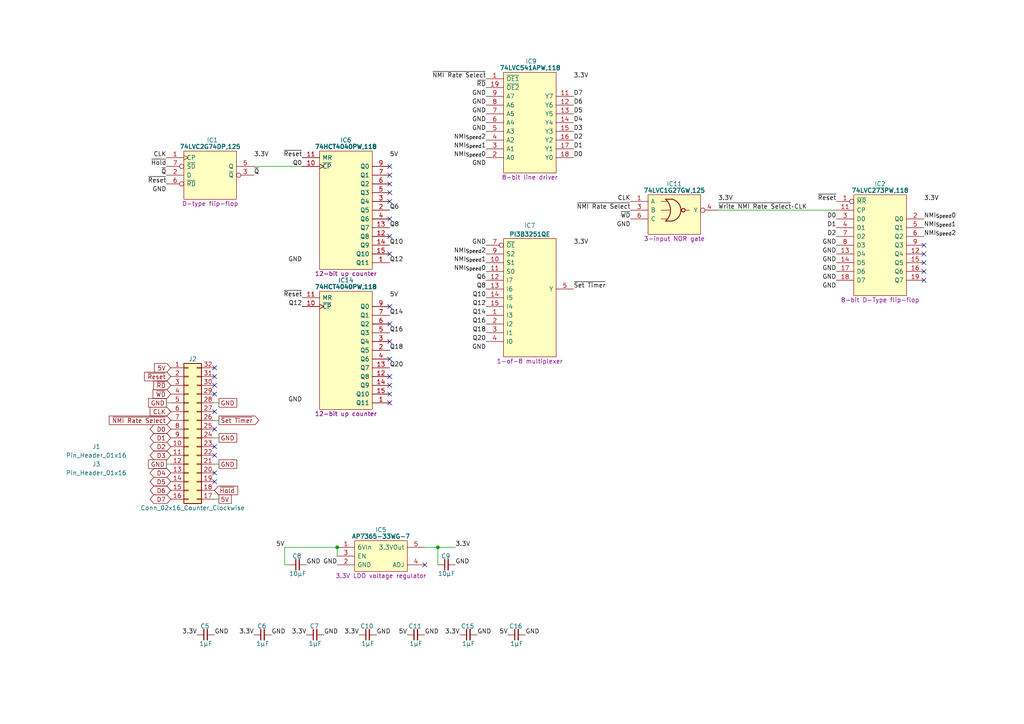
<source format=kicad_sch>
(kicad_sch (version 20231120) (generator "eeschema") (generator_version "8.0")
  (paper "A4")
  (title_block (title "MPU Timer") (date "2024-02-22") (rev "V1"))
  (lib_symbols
    (symbol "Connector_Generic:Conn_02x16_Counter_Clockwise" (pin_names (offset 1.016) hide)
      (property "Reference" "J" (at 1.27 20.32 0))
      (property "Value" "Conn_02x16_Counter_Clockwise" (at 1.27 -22.86 0))
      (symbol "Conn_02x16_Counter_Clockwise_1_1"
        (rectangle (start -1.27 -20.193) (end 0 -20.447) (stroke (width 0.1524)))
        (rectangle (start -1.27 -17.653) (end 0 -17.907) (stroke (width 0.1524)))
        (rectangle (start -1.27 -15.113) (end 0 -15.367) (stroke (width 0.1524)))
        (rectangle (start -1.27 -12.573) (end 0 -12.827) (stroke (width 0.1524)))
        (rectangle (start -1.27 -10.033) (end 0 -10.287) (stroke (width 0.1524)))
        (rectangle (start -1.27 -7.493) (end 0 -7.747) (stroke (width 0.1524)))
        (rectangle (start -1.27 -4.953) (end 0 -5.207) (stroke (width 0.1524)))
        (rectangle (start -1.27 -2.413) (end 0 -2.667) (stroke (width 0.1524)))
        (rectangle (start -1.27 0.127) (end 0 -0.127) (stroke (width 0.1524)))
        (rectangle (start -1.27 2.667) (end 0 2.413) (stroke (width 0.1524)))
        (rectangle (start -1.27 5.207) (end 0 4.953) (stroke (width 0.1524)))
        (rectangle (start -1.27 7.747) (end 0 7.493) (stroke (width 0.1524)))
        (rectangle (start -1.27 10.287) (end 0 10.033) (stroke (width 0.1524)))
        (rectangle (start -1.27 12.827) (end 0 12.573) (stroke (width 0.1524)))
        (rectangle (start -1.27 15.367) (end 0 15.113) (stroke (width 0.1524)))
        (rectangle (start -1.27 17.907) (end 0 17.653) (stroke (width 0.1524)))
        (rectangle (start -1.27 19.05) (end 3.81 -21.59) (stroke (width 0.254)) (fill (type background)))
        (rectangle (start 3.81 -20.193) (end 2.54 -20.447) (stroke (width 0.1524)))
        (rectangle (start 3.81 -17.653) (end 2.54 -17.907) (stroke (width 0.1524)))
        (rectangle (start 3.81 -15.113) (end 2.54 -15.367) (stroke (width 0.1524)))
        (rectangle (start 3.81 -12.573) (end 2.54 -12.827) (stroke (width 0.1524)))
        (rectangle (start 3.81 -10.033) (end 2.54 -10.287) (stroke (width 0.1524)))
        (rectangle (start 3.81 -7.493) (end 2.54 -7.747) (stroke (width 0.1524)))
        (rectangle (start 3.81 -4.953) (end 2.54 -5.207) (stroke (width 0.1524)))
        (rectangle (start 3.81 -2.413) (end 2.54 -2.667) (stroke (width 0.1524)))
        (rectangle (start 3.81 0.127) (end 2.54 -0.127) (stroke (width 0.1524)))
        (rectangle (start 3.81 2.667) (end 2.54 2.413) (stroke (width 0.1524)))
        (rectangle (start 3.81 5.207) (end 2.54 4.953) (stroke (width 0.1524)))
        (rectangle (start 3.81 7.747) (end 2.54 7.493) (stroke (width 0.1524)))
        (rectangle (start 3.81 10.287) (end 2.54 10.033) (stroke (width 0.1524)))
        (rectangle (start 3.81 12.827) (end 2.54 12.573) (stroke (width 0.1524)))
        (rectangle (start 3.81 15.367) (end 2.54 15.113) (stroke (width 0.1524)))
        (rectangle (start 3.81 17.907) (end 2.54 17.653) (stroke (width 0.1524)))
        (pin passive line (at -5.08 17.78 0) (length 3.81) (name "Pin_1") (number "1"))
        (pin passive line (at -5.08 -5.08 0) (length 3.81) (name "Pin_10") (number "10"))
        (pin passive line (at -5.08 -7.62 0) (length 3.81) (name "Pin_11") (number "11"))
        (pin passive line (at -5.08 -10.16 0) (length 3.81) (name "Pin_12") (number "12"))
        (pin passive line (at -5.08 -12.7 0) (length 3.81) (name "Pin_13") (number "13"))
        (pin passive line (at -5.08 -15.24 0) (length 3.81) (name "Pin_14") (number "14"))
        (pin passive line (at -5.08 -17.78 0) (length 3.81) (name "Pin_15") (number "15"))
        (pin passive line (at -5.08 -20.32 0) (length 3.81) (name "Pin_16") (number "16"))
        (pin passive line (at 7.62 -20.32 180) (length 3.81) (name "Pin_17") (number "17"))
        (pin passive line (at 7.62 -17.78 180) (length 3.81) (name "Pin_18") (number "18"))
        (pin passive line (at 7.62 -15.24 180) (length 3.81) (name "Pin_19") (number "19"))
        (pin passive line (at -5.08 15.24 0) (length 3.81) (name "Pin_2") (number "2"))
        (pin passive line (at 7.62 -12.7 180) (length 3.81) (name "Pin_20") (number "20"))
        (pin passive line (at 7.62 -10.16 180) (length 3.81) (name "Pin_21") (number "21"))
        (pin passive line (at 7.62 -7.62 180) (length 3.81) (name "Pin_22") (number "22"))
        (pin passive line (at 7.62 -5.08 180) (length 3.81) (name "Pin_23") (number "23"))
        (pin passive line (at 7.62 -2.54 180) (length 3.81) (name "Pin_24") (number "24"))
        (pin passive line (at 7.62 0 180) (length 3.81) (name "Pin_25") (number "25"))
        (pin passive line (at 7.62 2.54 180) (length 3.81) (name "Pin_26") (number "26"))
        (pin passive line (at 7.62 5.08 180) (length 3.81) (name "Pin_27") (number "27"))
        (pin passive line (at 7.62 7.62 180) (length 3.81) (name "Pin_28") (number "28"))
        (pin passive line (at 7.62 10.16 180) (length 3.81) (name "Pin_29") (number "29"))
        (pin passive line (at -5.08 12.7 0) (length 3.81) (name "Pin_3") (number "3"))
        (pin passive line (at 7.62 12.7 180) (length 3.81) (name "Pin_30") (number "30"))
        (pin passive line (at 7.62 15.24 180) (length 3.81) (name "Pin_31") (number "31"))
        (pin passive line (at 7.62 17.78 180) (length 3.81) (name "Pin_32") (number "32"))
        (pin passive line (at -5.08 10.16 0) (length 3.81) (name "Pin_4") (number "4"))
        (pin passive line (at -5.08 7.62 0) (length 3.81) (name "Pin_5") (number "5"))
        (pin passive line (at -5.08 5.08 0) (length 3.81) (name "Pin_6") (number "6"))
        (pin passive line (at -5.08 2.54 0) (length 3.81) (name "Pin_7") (number "7"))
        (pin passive line (at -5.08 0 0) (length 3.81) (name "Pin_8") (number "8"))
        (pin passive line (at -5.08 -2.54 0) (length 3.81) (name "Pin_9") (number "9"))
      )
    )
    (symbol "Diodes_Inc:AP7365-33WG-7" (pin_names (offset 0.762))
      (property "Reference" "IC" (at 12.7 5.08 0))
      (property "Value" "AP7365-33WG-7" (at 12.7 3.175 0))
      (property "Description" "3.3V LDO voltage regulator" (at 12.7 -8.255 0))
      (symbol "AP7365-33WG-7_0_0"
        (pin passive line (at 0 -5.08 0) (length 5.08) (name "GND") (number "2"))
        (pin input line (at 0 -2.54 0) (length 5.08) (name "EN") (number "3"))
        (pin passive line (at 25.4 -5.08 180) (length 5.08) (name "ADJ") (number "4"))
      )
      (symbol "AP7365-33WG-7_0_1"
        (polyline (pts (xy 5.08 1.905) (xy 20.32 1.905) (xy 20.32 -6.985) (xy 5.08 -6.985) (xy 5.08 1.905)) (fill (type background)))
      )
      (symbol "AP7365-33WG-7_1_0"
        (pin passive line (at 0 0 0) (length 5.08) (name "6VIn") (number "1"))
        (pin passive line (at 25.4 0 180) (length 5.08) (name "3.3VOut") (number "5"))
      )
    )
    (symbol "Diodes_Inc:PI3B3251QE" (pin_names (offset 0.762))
      (property "Reference" "IC" (at 12.7 5.715 0))
      (property "Value" "PI3B3251QE" (at 12.7 3.175 0))
      (property "Description" "1-of-8 multiplexer" (at 12.7 -33.655 0))
      (symbol "PI3B3251QE_0_0"
        (pin input line (at 0 -20.32 0) (length 5.08) (name "I3") (number "1"))
        (pin input line (at 0 -5.08 0) (length 5.08) (name "S1") (number "10"))
        (pin input line (at 0 -7.62 0) (length 5.08) (name "S0") (number "11"))
        (pin input line (at 0 -10.16 0) (length 5.08) (name "I7") (number "12"))
        (pin input line (at 0 -12.7 0) (length 5.08) (name "I6") (number "13"))
        (pin input line (at 0 -15.24 0) (length 5.08) (name "I5") (number "14"))
        (pin input line (at 0 -17.78 0) (length 5.08) (name "I4") (number "15"))
        (pin input line (at 0 -22.86 0) (length 5.08) (name "I2") (number "2"))
        (pin input line (at 0 -25.4 0) (length 5.08) (name "I1") (number "3"))
        (pin input line (at 0 -27.94 0) (length 5.08) (name "I0") (number "4"))
        (pin passive line (at 0 -30.48 0) (length 5.08) hide (name "GND") (number "8"))
        (pin input line (at 0 -2.54 0) (length 5.08) (name "S2") (number "9"))
      )
      (symbol "PI3B3251QE_0_1"
        (polyline (pts (xy 5.08 1.905) (xy 20.32 1.905) (xy 20.32 -32.385) (xy 5.08 -32.385) (xy 5.08 1.905)) (stroke (width 0.1524)) (fill (type background)))
      )
      (symbol "PI3B3251QE_1_0"
        (pin passive line (at 25.4 0 180) (length 5.08) hide (name "3V") (number "16"))
        (pin tri_state line (at 25.4 -12.7 180) (length 5.08) (name "Y") (number "5"))
        (pin no_connect line (at 25.4 -15.24 180) (length 5.08) hide (name "NC") (number "6"))
        (pin input inverted (at 0 0 0) (length 5.08) (name "~{OE}") (number "7"))
      )
    )
    (symbol "HCP65:C_0805" (pin_numbers hide) (pin_names (offset 0.254) hide)
      (property "Reference" "C" (at 2.286 2.54 0))
      (property "Value" "?μF" (at 2.54 -2.54 0))
      (symbol "C_0805_0_1"
        (polyline (pts (xy 1.9685 -1.4605) (xy 1.9685 1.5875)) (stroke (width 0.3048)))
        (polyline (pts (xy 2.9845 -1.4605) (xy 2.9845 1.5875)) (stroke (width 0.3302)))
      )
      (symbol "C_0805_1_1"
        (pin passive line (at 0 0 0) (length 2.032) (name "~") (number "1"))
        (pin passive line (at 5.08 0 180) (length 2.032) (name "~") (number "2"))
      )
    )
    (symbol "HCP65:Pin_Header_01x16" (pin_names (offset 1.016) hide)
      (property "Reference" "J" (at 0 1.27 0))
      (property "Value" "Pin_Header_01x16" (at 0 -1.27 0))
    )
    (symbol "Nexperia:74HCT4040PW,118" (pin_names (offset 0.762))
      (property "Reference" "IC" (at 12.7 5.08 0))
      (property "Value" "74HCT4040PW,118" (at 12.7 3.175 0))
      (property "Description" "12-bit up counter" (at 12.7 -33.655 0))
      (symbol "74HCT4040PW,118_0_0"
        (pin output line (at 25.4 -30.48 180) (length 5.08) (name "Q11") (number "1"))
        (pin input line (at 0 0 0) (length 5.08) (name "MR") (number "11"))
        (pin output line (at 25.4 -22.86 180) (length 5.08) (name "Q8") (number "12"))
        (pin output line (at 25.4 -20.32 180) (length 5.08) (name "Q7") (number "13"))
        (pin output line (at 25.4 -25.4 180) (length 5.08) (name "Q9") (number "14"))
        (pin output line (at 25.4 -27.94 180) (length 5.08) (name "Q10") (number "15"))
        (pin passive line (at 25.4 0 180) (length 5.08) hide (name "5V") (number "16"))
        (pin output line (at 25.4 -15.24 180) (length 5.08) (name "Q5") (number "2"))
        (pin output line (at 25.4 -12.7 180) (length 5.08) (name "Q4") (number "3"))
        (pin output line (at 25.4 -17.78 180) (length 5.08) (name "Q6") (number "4"))
        (pin output line (at 25.4 -10.16 180) (length 5.08) (name "Q3") (number "5"))
        (pin output line (at 25.4 -7.62 180) (length 5.08) (name "Q2") (number "6"))
        (pin output line (at 25.4 -5.08 180) (length 5.08) (name "Q1") (number "7"))
        (pin passive line (at 0 -30.48 0) (length 5.08) hide (name "GND") (number "8"))
        (pin output line (at 25.4 -2.54 180) (length 5.08) (name "Q0") (number "9"))
      )
      (symbol "74HCT4040PW,118_0_1"
        (polyline (pts (xy 5.08 1.905) (xy 20.32 1.905) (xy 20.32 -32.385) (xy 5.08 -32.385) (xy 5.08 1.905)) (stroke (width 0.1524)) (fill (type background)))
      )
      (symbol "74HCT4040PW,118_1_0"
        (pin input clock (at 0 -2.54 0) (length 5.08) (name "~{CP}") (number "10"))
      )
    )
    (symbol "Nexperia:74LVC1G27GW,125" (pin_names (offset 0.762))
      (property "Reference" "IC" (at 12.7 5.08 0))
      (property "Value" "74LVC1G27GW,125" (at 12.7 3.175 0))
      (property "Description" "3-input NOR gate" (at 12.7 -10.795 0))
      (symbol "74LVC1G27GW,125_0_0"
        (pin input line (at 0 0 0) (length 5.08) (name "A") (number "1"))
        (pin passive line (at 0 -7.62 0) (length 5.08) hide (name "GND") (number "2"))
        (pin input line (at 0 -2.54 0) (length 5.08) (name "B") (number "3"))
        (pin passive line (at 25.4 0 180) (length 5.08) hide (name "3V") (number "5"))
        (pin input line (at 0 -5.08 0) (length 5.08) (name "C") (number "6"))
      )
      (symbol "74LVC1G27GW,125_0_1"
        (polyline (pts (xy 8.89 -5.08) (xy 10.795 -5.08)))
        (polyline (pts (xy 8.89 -2.54) (xy 11.43 -2.54)))
        (polyline (pts (xy 8.89 0) (xy 10.795 0)))
        (polyline (pts (xy 12.065 -5.715) (xy 10.16 -5.715)) (stroke (width 0.254)) (fill (type background)))
        (polyline (pts (xy 12.065 0.635) (xy 10.16 0.635)) (stroke (width 0.254)) (fill (type background)))
        (polyline (pts (xy 15.963 -2.54) (xy 17.145 -2.54)))
        (polyline (pts (xy 5.08 1.905) (xy 20.32 1.905) (xy 20.32 -9.525) (xy 5.08 -9.525) (xy 5.08 1.905)) (stroke (width 0.1524)) (fill (type background)))
        (arc (start 10.16 -5.715) (mid 11.5867 -2.54) (end 10.16 0.635) (stroke (width 0.254)))
        (arc (start 12.065 -5.715) (mid 13.881 -4.5643) (end 14.605 -2.54) (stroke (width 0.254)))
        (arc (start 14.605 -2.54) (mid 13.8822 -0.5148) (end 12.065 0.635) (stroke (width 0.254)))
        (circle (center 15.328 -2.54) (radius 0.508) (stroke (width 0.254)))
      )
      (symbol "74LVC1G27GW,125_1_0"
        (pin output inverted (at 25.4 -2.54 180) (length 5.08) (name "Y") (number "4"))
      )
    )
    (symbol "Nexperia:74LVC273PW,118" (pin_names (offset 0.762))
      (property "Reference" "IC" (at 12.7 5.08 0))
      (property "Value" "74LVC273PW,118" (at 12.7 3.175 0))
      (property "Description" "8-bit D-Type flip-flop" (at 12.7 -28.575 0))
      (symbol "74LVC273PW,118_0_0"
        (pin input line (at 0 -2.54 0) (length 5.08) (name "CP") (number "11"))
        (pin output line (at 25.4 -15.24 180) (length 5.08) (name "Q4") (number "12"))
        (pin input line (at 0 -15.24 0) (length 5.08) (name "D4") (number "13"))
        (pin input line (at 0 -17.78 0) (length 5.08) (name "D5") (number "14"))
        (pin output line (at 25.4 -17.78 180) (length 5.08) (name "Q5") (number "15"))
        (pin output line (at 25.4 -20.32 180) (length 5.08) (name "Q6") (number "16"))
        (pin input line (at 0 -20.32 0) (length 5.08) (name "D6") (number "17"))
        (pin input line (at 0 -22.86 0) (length 5.08) (name "D7") (number "18"))
        (pin output line (at 25.4 -22.86 180) (length 5.08) (name "Q7") (number "19"))
        (pin output line (at 25.4 -5.08 180) (length 5.08) (name "Q0") (number "2"))
        (pin input line (at 0 -5.08 0) (length 5.08) (name "D0") (number "3"))
        (pin input line (at 0 -7.62 0) (length 5.08) (name "D1") (number "4"))
        (pin output line (at 25.4 -7.62 180) (length 5.08) (name "Q1") (number "5"))
        (pin output line (at 25.4 -10.16 180) (length 5.08) (name "Q2") (number "6"))
        (pin input line (at 0 -10.16 0) (length 5.08) (name "D2") (number "7"))
        (pin input line (at 0 -12.7 0) (length 5.08) (name "D3") (number "8"))
        (pin output line (at 25.4 -12.7 180) (length 5.08) (name "Q3") (number "9"))
      )
      (symbol "74LVC273PW,118_0_1"
        (polyline (pts (xy 5.08 1.905) (xy 20.32 1.905) (xy 20.32 -27.305) (xy 5.08 -27.305) (xy 5.08 1.905)) (stroke (width 0.1524)) (fill (type background)))
      )
      (symbol "74LVC273PW,118_1_0"
        (pin input inverted (at 0 0 0) (length 5.08) (name "~{MR}") (number "1"))
        (pin passive line (at 0 -25.4 0) (length 5.08) hide (name "GND") (number "10"))
        (pin passive line (at 25.4 0 180) (length 5.08) hide (name "3V") (number "20"))
      )
    )
    (symbol "Nexperia:74LVC2G74DP,125" (pin_names (offset 0.762))
      (property "Reference" "IC" (at 13.335 5.08 0))
      (property "Value" "74LVC2G74DP,125" (at 12.7 3.175 0))
      (property "Description" "D-type flip-flop" (at 12.7 -13.335 0))
      (symbol "74LVC2G74DP,125_0_0"
        (pin input line (at 0 -5.08 0) (length 5.08) (name "D") (number "2"))
        (pin output line (at 25.4 -2.54 180) (length 5.08) (name "Q") (number "5"))
      )
      (symbol "74LVC2G74DP,125_0_1"
        (polyline (pts (xy 5.08 1.905) (xy 20.32 1.905) (xy 20.32 -12.065) (xy 5.08 -12.065) (xy 5.08 1.905)) (stroke (width 0.1524)) (fill (type background)))
      )
      (symbol "74LVC2G74DP,125_1_0"
        (pin input clock (at 0 0 0) (length 5.08) (name "CP") (number "1"))
        (pin output inverted (at 25.4 -5.08 180) (length 5.08) (name "~{Q}") (number "3"))
        (pin passive line (at 0 -10.16 0) (length 5.08) hide (name "GND") (number "4"))
        (pin input inverted (at 0 -7.62 0) (length 5.08) (name "~{RD}") (number "6"))
        (pin input inverted (at 0 -2.54 0) (length 5.08) (name "~{SD}") (number "7"))
        (pin passive line (at 25.4 0 180) (length 5.08) hide (name "3V") (number "8"))
      )
    )
    (symbol "Nexperia:74LVC541APW,118" (pin_names (offset 0.762))
      (property "Reference" "IC" (at 11.43 5.08 0))
      (property "Value" "74LVC541APW,118" (at 3.81 3.175 0))
      (property "Description" "8-bit line driver" (at 12.7 -28.575 0))
      (symbol "74LVC541APW,118_0_0"
        (pin input line (at 0 0 0) (length 5.08) (name "~{OE1}") (number "1"))
        (pin passive line (at 0 -25.4 0) (length 5.08) hide (name "GND") (number "10"))
        (pin tri_state line (at 25.4 -5.08 180) (length 5.08) (name "Y7") (number "11"))
        (pin tri_state line (at 25.4 -7.62 180) (length 5.08) (name "Y6") (number "12"))
        (pin tri_state line (at 25.4 -10.16 180) (length 5.08) (name "Y5") (number "13"))
        (pin tri_state line (at 25.4 -12.7 180) (length 5.08) (name "Y4") (number "14"))
        (pin tri_state line (at 25.4 -15.24 180) (length 5.08) (name "Y3") (number "15"))
        (pin tri_state line (at 25.4 -17.78 180) (length 5.08) (name "Y2") (number "16"))
        (pin tri_state line (at 25.4 -20.32 180) (length 5.08) (name "Y1") (number "17"))
        (pin tri_state line (at 25.4 -22.86 180) (length 5.08) (name "Y0") (number "18"))
        (pin input line (at 0 -2.54 0) (length 5.08) (name "~{OE2}") (number "19"))
        (pin input line (at 0 -22.86 0) (length 5.08) (name "A0") (number "2"))
        (pin passive line (at 25.4 0 180) (length 5.08) hide (name "3V") (number "20"))
        (pin input line (at 0 -20.32 0) (length 5.08) (name "A1") (number "3"))
        (pin input line (at 0 -17.78 0) (length 5.08) (name "A2") (number "4"))
        (pin input line (at 0 -15.24 0) (length 5.08) (name "A3") (number "5"))
        (pin input line (at 0 -12.7 0) (length 5.08) (name "A4") (number "6"))
        (pin input line (at 0 -10.16 0) (length 5.08) (name "A5") (number "7"))
        (pin input line (at 0 -7.62 0) (length 5.08) (name "A6") (number "8"))
        (pin input line (at 0 -5.08 0) (length 5.08) (name "A7") (number "9"))
      )
      (symbol "74LVC541APW,118_0_1"
        (polyline (pts (xy 5.08 1.905) (xy 20.32 1.905) (xy 20.32 -27.305) (xy 5.08 -27.305) (xy 5.08 1.905)) (stroke (width 0.1524)) (fill (type background)))
      )
    )
  )
  (junction (at 97.79 158.75))
  (junction (at 127 158.75))
  (no_connect (at 62.23 124.46))
  (no_connect (at 267.97 78.74))
  (no_connect (at 62.23 139.7))
  (no_connect (at 62.23 137.16))
  (no_connect (at 62.23 132.08))
  (no_connect (at 113.03 93.98))
  (no_connect (at 62.23 106.68))
  (no_connect (at 62.23 129.54))
  (no_connect (at 123.19 163.83))
  (no_connect (at 113.03 111.76))
  (no_connect (at 113.03 116.84))
  (no_connect (at 113.03 55.88))
  (no_connect (at 113.03 58.42))
  (no_connect (at 267.97 76.2))
  (no_connect (at 62.23 119.38))
  (no_connect (at 113.03 68.58))
  (no_connect (at 267.97 71.12))
  (no_connect (at 62.23 111.76))
  (no_connect (at 113.03 63.5))
  (no_connect (at 113.03 73.66))
  (no_connect (at 113.03 99.06))
  (no_connect (at 62.23 114.3))
  (no_connect (at 113.03 50.8))
  (no_connect (at 113.03 48.26))
  (no_connect (at 113.03 109.22))
  (no_connect (at 62.23 109.22))
  (no_connect (at 267.97 73.66))
  (no_connect (at 113.03 104.14))
  (no_connect (at 113.03 53.34))
  (no_connect (at 113.03 114.3))
  (no_connect (at 267.97 81.28))
  (no_connect (at 113.03 88.9))
  (wire (pts (xy 63.5 134.62) (xy 62.23 134.62)))
  (wire (pts (xy 208.28 60.96) (xy 242.57 60.96)))
  (wire (pts (xy 127 163.83) (xy 127 158.75)))
  (wire (pts (xy 63.5 127) (xy 62.23 127)))
  (wire (pts (xy 48.26 116.84) (xy 49.53 116.84)))
  (wire (pts (xy 63.5 116.84) (xy 62.23 116.84)))
  (wire (pts (xy 82.55 158.75) (xy 97.79 158.75)))
  (wire (pts (xy 63.5 121.92) (xy 62.23 121.92)))
  (wire (pts (xy 97.79 158.75) (xy 97.79 161.29)))
  (wire (pts (xy 73.66 48.26) (xy 87.63 48.26)))
  (wire (pts (xy 123.19 158.75) (xy 127 158.75)))
  (wire (pts (xy 82.55 158.75) (xy 82.55 163.83)))
  (wire (pts (xy 48.26 134.62) (xy 49.53 134.62)))
  (wire (pts (xy 82.55 163.83) (xy 83.82 163.83)))
  (wire (pts (xy 63.5 144.78) (xy 62.23 144.78)))
  (wire (pts (xy 127 158.75) (xy 132.08 158.75)))
  (label "D4" (at 166.37 35.56 0))
  (label "GND" (at 182.88 66.04 180))
  (label "GND" (at 140.97 33.02 180))
  (label "~{Q}" (at 48.26 50.8 180))
  (label "Q20" (at 140.97 99.06 180))
  (label "D0" (at 166.37 45.72 0))
  (label "Q16" (at 113.03 96.52 0))
  (label "GND" (at 242.57 83.82 180))
  (label "GND" (at 138.43 184.15 0))
  (label "GND" (at 48.26 55.88 180))
  (label "NMI_{Speed}2" (at 140.97 40.64 180))
  (label "GND" (at 140.97 101.6 180))
  (label "~{Hold}" (at 48.26 48.26 180))
  (label "GND" (at 93.98 184.15 0))
  (label "GND" (at 132.08 163.83 0))
  (label "~{Set Timer}" (at 166.37 83.82 0))
  (label "NMI_{Speed}2" (at 140.97 73.66 180))
  (label "3.3V" (at 267.97 58.42 0))
  (label "Q6" (at 113.03 60.96 0))
  (label "~{WD}" (at 182.88 63.5 180))
  (label "NMI_{Speed}2" (at 267.97 68.58 0))
  (label "CLK" (at 182.88 58.42 180))
  (label "Q14" (at 140.97 91.44 180))
  (label "GND" (at 87.63 76.2 180))
  (label "3.3V" (at 104.14 184.15 180))
  (label "GND" (at 242.57 71.12 180))
  (label "GND" (at 88.9 163.83 0))
  (label "5V" (at 82.55 158.75 180))
  (label "GND" (at 140.97 30.48 180))
  (label "~{NMI Rate Select}" (at 182.88 60.96 180))
  (label "NMI_{Speed}1" (at 140.97 43.18 180))
  (label "GND" (at 78.74 184.15 0))
  (label "D2" (at 166.37 40.64 0))
  (label "3.3V" (at 133.35 184.15 180))
  (label "Q12" (at 113.03 76.2 0))
  (label "GND" (at 109.22 184.15 0))
  (label "3.3V" (at 57.15 184.15 180))
  (label "Q10" (at 113.03 71.12 0))
  (label "GND" (at 97.79 163.83 180))
  (label "GND" (at 140.97 38.1 180))
  (label "D1" (at 242.57 66.04 180))
  (label "Q10" (at 140.97 86.36 180))
  (label "CLK" (at 48.26 45.72 180))
  (label "D3" (at 166.37 38.1 0))
  (label "Q18" (at 113.03 101.6 0))
  (label "5V" (at 118.11 184.15 180))
  (label "~{RD}" (at 140.97 25.4 180))
  (label "NMI_{Speed}1" (at 140.97 76.2 180))
  (label "~{NMI Rate Select}" (at 140.97 22.86 180))
  (label "NMI_{Speed}0" (at 140.97 78.74 180))
  (label "NMI_{Speed}1" (at 267.97 66.04 0))
  (label "D6" (at 166.37 30.48 0))
  (label "3.3V" (at 73.66 184.15 180))
  (label "3.3V" (at 166.37 71.12 0))
  (label "D2" (at 242.57 68.58 180))
  (label "D5" (at 166.37 33.02 0))
  (label "3.3V" (at 73.66 45.72 0))
  (label "GND" (at 242.57 81.28 180))
  (label "5V" (at 147.32 184.15 180))
  (label "Q0" (at 87.63 48.26 180))
  (label "Q12" (at 87.63 88.9 180))
  (label "Q20" (at 113.03 106.68 0))
  (label "GND" (at 242.57 78.74 180))
  (label "GND" (at 242.57 73.66 180))
  (label "~{Write NMI Rate Select}·CLK" (at 208.28 60.96 0))
  (label "3.3V" (at 132.08 158.75 0))
  (label "Q18" (at 140.97 96.52 180))
  (label "~{Reset}" (at 242.57 58.42 180))
  (label "GND" (at 140.97 48.26 180))
  (label "GND" (at 140.97 27.94 180))
  (label "~{Reset}" (at 87.63 86.36 180))
  (label "Q8" (at 140.97 83.82 180))
  (label "3.3V" (at 208.28 58.42 0))
  (label "GND" (at 242.57 76.2 180))
  (label "D7" (at 166.37 27.94 0))
  (label "NMI_{Speed}0" (at 267.97 63.5 0))
  (label "GND" (at 123.19 184.15 0))
  (label "NMI_{Speed}0" (at 140.97 45.72 180))
  (label "GND" (at 87.63 116.84 180))
  (label "Q8" (at 113.03 66.04 0))
  (label "GND" (at 140.97 35.56 180))
  (label "5V" (at 113.03 86.36 0))
  (label "3.3V" (at 88.9 184.15 180))
  (label "D1" (at 166.37 43.18 0))
  (label "Q12" (at 140.97 88.9 180))
  (label "5V" (at 113.03 45.72 0))
  (label "GND" (at 62.23 184.15 0))
  (label "~{Q}" (at 73.66 50.8 0))
  (label "GND" (at 152.4 184.15 0))
  (label "D0" (at 242.57 63.5 180))
  (label "GND" (at 140.97 71.12 180))
  (label "Q6" (at 140.97 81.28 180))
  (label "Q14" (at 113.03 91.44 0))
  (label "~{Reset}" (at 87.63 45.72 180))
  (label "Q16" (at 140.97 93.98 180))
  (label "3.3V" (at 166.37 22.86 0))
  (label "~{Reset}" (at 48.26 53.34 180))
  (global_label "GND" (shape passive) (at 48.26 134.62 180) (property "Intersheetrefs" "${INTERSHEET_REFS}" (effects (hide yes))))
  (global_label "D5" (shape tri_state) (at 49.53 139.7 180) (property "Intersheetrefs" "${INTERSHEET_REFS}" (effects (hide yes))))
  (global_label "5V" (shape input) (at 49.53 106.68 180) (property "Intersheetrefs" "${INTERSHEET_REFS}" (effects (hide yes))))
  (global_label "~{WD}" (shape input) (at 49.53 114.3 180) (property "Intersheetrefs" "${INTERSHEET_REFS}" (effects (hide yes))))
  (global_label "D7" (shape tri_state) (at 49.53 144.78 180) (property "Intersheetrefs" "${INTERSHEET_REFS}" (effects (hide yes))))
  (global_label "GND" (shape passive) (at 63.5 127 0) (property "Intersheetrefs" "${INTERSHEET_REFS}" (effects (hide yes))))
  (global_label "~{RD}" (shape input) (at 49.53 111.76 180) (property "Intersheetrefs" "${INTERSHEET_REFS}" (effects (hide yes))))
  (global_label "D0" (shape tri_state) (at 49.53 124.46 180) (property "Intersheetrefs" "${INTERSHEET_REFS}" (effects (hide yes))))
  (global_label "D6" (shape tri_state) (at 49.53 142.24 180) (property "Intersheetrefs" "${INTERSHEET_REFS}" (effects (hide yes))))
  (global_label "D4" (shape tri_state) (at 49.53 137.16 180) (property "Intersheetrefs" "${INTERSHEET_REFS}" (effects (hide yes))))
  (global_label "~{Set Timer}" (shape output) (at 63.5 121.92 0) (property "Intersheetrefs" "${INTERSHEET_REFS}" (effects (hide yes))))
  (global_label "D3" (shape tri_state) (at 49.53 132.08 180) (property "Intersheetrefs" "${INTERSHEET_REFS}" (effects (hide yes))))
  (global_label "~{Hold}" (shape input) (at 62.23 142.24 0) (property "Intersheetrefs" "${INTERSHEET_REFS}" (effects (hide yes))))
  (global_label "5V" (shape passive) (at 63.5 144.78 0) (property "Intersheetrefs" "${INTERSHEET_REFS}" (effects (hide yes))))
  (global_label "D2" (shape tri_state) (at 49.53 129.54 180) (property "Intersheetrefs" "${INTERSHEET_REFS}" (effects (hide yes))))
  (global_label "GND" (shape passive) (at 48.26 116.84 180) (property "Intersheetrefs" "${INTERSHEET_REFS}" (effects (hide yes))))
  (global_label "D1" (shape tri_state) (at 49.53 127 180) (property "Intersheetrefs" "${INTERSHEET_REFS}" (effects (hide yes))))
  (global_label "CLK" (shape input) (at 49.53 119.38 180) (property "Intersheetrefs" "${INTERSHEET_REFS}" (effects (hide yes))))
  (global_label "GND" (shape passive) (at 63.5 134.62 0) (property "Intersheetrefs" "${INTERSHEET_REFS}" (effects (hide yes))))
  (global_label "~{NMI Rate Select}" (shape input) (at 49.53 121.92 180) (property "Intersheetrefs" "${INTERSHEET_REFS}" (effects (hide yes))))
  (global_label "GND" (shape passive) (at 63.5 116.84 0) (property "Intersheetrefs" "${INTERSHEET_REFS}" (effects (hide yes))))
  (global_label "~{Reset}" (shape input) (at 49.53 109.22 180) (property "Intersheetrefs" "${INTERSHEET_REFS}" (effects (hide yes))))
  (symbol (lib_id "HCP65:C_0805") (at 88.9 184.15 0) (unit 1)
    (property "Reference" "C7" (at 91.186 181.61 0))
    (property "Value" "1μF" (at 91.44 186.69 0))
    (property "Footprint" "SamacSys_Parts:C_0805" (effects (hide yes)))
  )
  (symbol (lib_id "Nexperia:74LVC2G74DP,125") (at 48.26 45.72 0) (unit 1)
    (property "Reference" "IC1" (at 61.595 40.64 0))
    (property "Value" "74LVC2G74DP,125" (at 60.96 42.545 0) (effects (font (bold yes))))
    (property "Footprint" "SamacSys_Parts:SOP65P400X110-8N" (effects (hide yes)))
    (property "Datasheet" "https://assets.nexperia.com/documents/data-sheet/74LVC2G74.pdf" (effects (hide yes)))
    (property "Description" "D-type flip-flop" (at 60.96 59.055 0))
    (property "Height" "1.1" (effects (hide yes)))
    (property "Manufacturer_Name" "Nexperia" (effects (hide yes)))
    (property "Manufacturer_Part_Number" "74LVC2G74DP,125" (effects (hide yes)))
    (property "Mouser Part Number" "771-74LVC2G74DP-G" (effects (hide yes)))
    (property "Mouser Price/Stock" "https://www.mouser.co.uk/ProductDetail/Nexperia/74LVC2G74DP125?qs=me8TqzrmIYX1iMHaYTXJug%3D%3D" (effects (hide yes)))
    (property "Silkscreen" "'2G74" (effects (hide yes)))
    (property "Garbage" "74LVC2G74 - Single D-type flip-flop with set and reset; positive edge trigger@en-us" (effects (hide yes)))
  )
  (symbol (lib_id "Nexperia:74HCT4040PW,118") (at 87.63 86.36 0) (unit 1)
    (property "Reference" "IC14" (at 100.33 81.28 0))
    (property "Value" "74HCT4040PW,118" (at 100.33 83.185 0) (effects (font (bold yes))))
    (property "Footprint" "SamacSys_Parts:SOP65P640X110-16N" (effects (hide yes)))
    (property "Datasheet" "https://assets.nexperia.com/documents/data-sheet/74HC_HCT4040.pdf" (effects (hide yes)))
    (property "Description" "12-bit up counter" (at 100.33 120.015 0))
    (property "Height" "1.1" (effects (hide yes)))
    (property "Manufacturer_Name" "Nexperia" (effects (hide yes)))
    (property "Manufacturer_Part_Number" "74HCT4040PW,118" (effects (hide yes)))
    (property "Mouser Part Number" "771-HCT4040PW118" (effects (hide yes)))
    (property "Mouser Price/Stock" "https://www.mouser.co.uk/ProductDetail/Nexperia/74HCT4040PW118?qs=me8TqzrmIYWO3Xv2GCrOxg%3D%3D" (effects (hide yes)))
    (property "Silkscreen" "74HCT4040" (effects (hide yes)))
    (property "Garbage" "74HC(T)4040 - 12-stage binary ripple counter@en-us" (effects (hide yes)))
  )
  (symbol (lib_id "HCP65:Pin_Header_01x16") (at 27.94 135.89 0) (unit 1)
    (property "Reference" "J3" (at 27.94 134.62 0))
    (property "Value" "Pin_Header_01x16" (at 27.94 137.16 0))
    (property "Footprint" "SamacSys_Parts:PinHeader_1x16_P2.54mm_Vertical" (effects (hide yes)))
  )
  (symbol (lib_id "Nexperia:74LVC1G27GW,125") (at 182.88 58.42 0) (unit 1)
    (property "Reference" "IC11" (at 195.58 53.34 0))
    (property "Value" "74LVC1G27GW,125" (at 195.58 55.245 0) (effects (font (bold yes))))
    (property "Footprint" "SamacSys_Parts:SOP65P210X110-6N" (effects (hide yes)))
    (property "Datasheet" "https://assets.nexperia.com/documents/data-sheet/74LVC1G27.pdf" (effects (hide yes)))
    (property "Description" "3-input NOR gate" (at 195.58 69.215 0))
    (property "Height" "1.1" (effects (hide yes)))
    (property "Mouser Part Number" "771-74LVC1G27GW125" (effects (hide yes)))
    (property "Mouser Price/Stock" "https://www.mouser.co.uk/ProductDetail/Nexperia/74LVC1G27GW125?qs=NQoTdinTi9Fjyw3yj%2FzFLA%3D%3D" (effects (hide yes)))
    (property "Manufacturer_Name" "Nexperia" (effects (hide yes)))
    (property "Manufacturer_Part_Number" "74LVC1G27GW,125" (effects (hide yes)))
    (property "Silkscreen" "'1G27" (effects (hide yes)))
    (property "Garbage" "74LVC1G27 - Single 3-input NOR gate@en-us" (effects (hide yes)))
  )
  (symbol (lib_id "Nexperia:74LVC273PW,118") (at 242.57 58.42 0) (unit 1)
    (property "Reference" "IC2" (at 255.27 53.34 0))
    (property "Value" "74LVC273PW,118" (at 255.27 55.245 0) (effects (font (bold yes))))
    (property "Footprint" "SamacSys_Parts:SOP65P640X110-20N" (effects (hide yes)))
    (property "Datasheet" "https://assets.nexperia.com/documents/data-sheet/74LVC273.pdf" (effects (hide yes)))
    (property "Description" "8-bit D-Type flip-flop" (at 255.27 86.995 0))
    (property "Height" "1.1" (effects (hide yes)))
    (property "Manufacturer_Name" "Nexperia" (effects (hide yes)))
    (property "Manufacturer_Part_Number" "74LVC273PW,118" (effects (hide yes)))
    (property "Mouser Part Number" "771-74LVC273PW-T" (effects (hide yes)))
    (property "Mouser Price/Stock" "https://www.mouser.com/Search/Refine.aspx?Keyword=771-74LVC273PW-T" (effects (hide yes)))
    (property "Silkscreen" "74LVC273" (effects (hide yes)))
    (property "Garbage" "Nexperia 74LVC273PW,118 D Type Flip Flop IC, D Type Flip-Flop, 20-Pin TSSOP" (effects (hide yes)))
  )
  (symbol (lib_id "HCP65:C_0805") (at 73.66 184.15 0) (unit 1)
    (property "Reference" "C6" (at 75.946 181.61 0))
    (property "Value" "1μF" (at 76.2 186.69 0))
    (property "Footprint" "SamacSys_Parts:C_0805" (effects (hide yes)))
  )
  (symbol (lib_id "HCP65:C_0805") (at 83.82 163.83 0) (unit 1)
    (property "Reference" "C8" (at 86.106 161.29 0))
    (property "Value" "10µF" (at 83.82 166.37 0) (effects (justify left)))
    (property "Footprint" "SamacSys_Parts:C_0805" (effects (hide yes)))
  )
  (symbol (lib_id "HCP65:Pin_Header_01x16") (at 27.94 130.81 0) (unit 1)
    (property "Reference" "J1" (at 27.94 129.54 0))
    (property "Value" "Pin_Header_01x16" (at 27.94 132.08 0))
    (property "Footprint" "SamacSys_Parts:PinHeader_1x16_P2.54mm_Vertical" (effects (hide yes)))
  )
  (symbol (lib_id "Nexperia:74LVC541APW,118") (at 140.97 22.86 0) (unit 1)
    (property "Reference" "IC9" (at 152.4 17.78 0) (effects (justify left)))
    (property "Value" "74LVC541APW,118" (at 144.78 19.685 0) (effects (font (bold yes)) (justify left)))
    (property "Footprint" "SamacSys_Parts:SOP65P640X110-20N" (effects (hide yes)))
    (property "Datasheet" "https://assets.nexperia.com/documents/data-sheet/74LVC541A.pdf" (effects (hide yes)))
    (property "Description" "8-bit line driver" (at 153.67 51.435 0))
    (property "Height" "1.1" (effects (hide yes)))
    (property "Mouser Part Number" "771-74LVC541APW-T" (effects (hide yes)))
    (property "Mouser Price/Stock" "https://www.mouser.co.uk/ProductDetail/Nexperia/74LVC541APW118?qs=me8TqzrmIYXvoPByM7nnJQ%3D%3D" (effects (hide yes)))
    (property "Manufacturer_Name" "Nexperia" (effects (hide yes)))
    (property "Manufacturer_Part_Number" "74LVC541APW,118" (effects (hide yes)))
    (property "Silkscreen" "74LVC541" (effects (hide yes)))
    (property "Garbage" "74LVC541A - Octal buffer/line driver with 5 V tolerant inputs/outputs; 3-state@en-us" (effects (hide yes)))
  )
  (symbol (lib_id "Diodes_Inc:PI3B3251QE") (at 140.97 71.12 0) (unit 1)
    (property "Reference" "IC7" (at 153.67 65.405 0))
    (property "Value" "PI3B3251QE" (at 153.67 67.945 0) (effects (font (bold yes))))
    (property "Footprint" "SamacSys_Parts:SOP64P599X175-16N" (effects (hide yes)))
    (property "Datasheet" "https://componentsearchengine.com/Datasheets/1/PI3B3251QE.pdf" (effects (hide yes)))
    (property "Description" "1-of-8 multiplexer" (at 153.67 104.775 0))
    (property "Height" "1.75" (effects (hide yes)))
    (property "Manufacturer_Name" "Diodes Inc." (effects (hide yes)))
    (property "Manufacturer_Part_Number" "PI3B3251QE" (effects (hide yes)))
    (property "Mouser Part Number" "729-PI3B3251QE" (effects (hide yes)))
    (property "Mouser Price/Stock" "https://www.mouser.com/Search/Refine.aspx?Keyword=729-PI3B3251QE" (effects (hide yes)))
    (property "Silkscreen" "PI3B3251" (effects (hide yes)))
    (property "Garbage" "Encoders, Decoders, Multiplexers & Demultiplexers 3.3V 8:1 Demux Mux Bus Switch" (effects (hide yes)))
  )
  (symbol (lib_id "HCP65:C_0805") (at 147.32 184.15 0) (unit 1)
    (property "Reference" "C16" (at 149.606 181.61 0))
    (property "Value" "1μF" (at 149.86 186.69 0))
    (property "Footprint" "SamacSys_Parts:C_0805" (effects (hide yes)))
  )
  (symbol (lib_id "Diodes_Inc:AP7365-33WG-7") (at 97.79 158.75 0) (unit 1)
    (property "Reference" "IC5" (at 110.49 153.67 0))
    (property "Value" "AP7365-33WG-7" (at 110.49 155.575 0) (effects (font (bold yes))))
    (property "Footprint" "SamacSys_Parts:SOT95P285X130-5N" (effects (hide yes)))
    (property "Datasheet" "https://componentsearchengine.com/Datasheets/1/AP7365-33WG-7.pdf" (effects (hide yes)))
    (property "Description" "3.3V LDO voltage regulator" (at 110.49 167.005 0))
    (property "Height" "1.3" (effects (hide yes)))
    (property "Manufacturer_Name" "Diodes Inc." (effects (hide yes)))
    (property "Manufacturer_Part_Number" "AP7365-33WG-7" (effects (hide yes)))
    (property "Mouser Part Number" "621-AP7365-33WG-7" (effects (hide yes)))
    (property "Mouser Price/Stock" "https://www.mouser.co.uk/ProductDetail/Diodes-Incorporated/AP7365-33WG-7?qs=abZ1nkZpTuOZFvxvoFPL0w%3D%3D" (effects (hide yes)))
    (property "Arrow Part Number" "AP7365-33WG-7" (effects (hide yes)))
    (property "Arrow Price/Stock" "https://www.arrow.com/en/products/ap7365-33wg-7/diodes-incorporated?region=nac" (effects (hide yes)))
    (property "Silkscreen" "AP7365" (effects (hide yes)))
  )
  (symbol (lib_id "HCP65:C_0805") (at 127 163.83 0) (unit 1)
    (property "Reference" "C9" (at 129.286 161.29 0))
    (property "Value" "10µF" (at 127 166.37 0) (effects (justify left)))
    (property "Footprint" "SamacSys_Parts:C_0805" (effects (hide yes)))
  )
  (symbol (lib_id "HCP65:C_0805") (at 118.11 184.15 0) (unit 1)
    (property "Reference" "C11" (at 120.396 181.61 0))
    (property "Value" "1μF" (at 120.65 186.69 0))
    (property "Footprint" "SamacSys_Parts:C_0805" (effects (hide yes)))
  )
  (symbol (lib_id "Connector_Generic:Conn_02x16_Counter_Clockwise") (at 54.61 124.46 0) (unit 1)
    (property "Reference" "J2" (at 55.88 104.14 0))
    (property "Value" "Conn_02x16_Counter_Clockwise" (at 55.88 147.32 0))
    (property "Footprint" "SamacSys_Parts:DIP-32_Board_W15.24mm" (effects (hide yes)))
    (property "Description" "Generic connector, double row, 02x16, counter clockwise pin numbering scheme (similar to DIP package numbering), script generated (kicad-library-utils/schlib/autogen/connector/)" (effects (hide yes)))
  )
  (symbol (lib_id "HCP65:C_0805") (at 57.15 184.15 0) (unit 1)
    (property "Reference" "C5" (at 59.436 181.61 0))
    (property "Value" "1μF" (at 59.69 186.69 0))
    (property "Footprint" "SamacSys_Parts:C_0805" (effects (hide yes)))
  )
  (symbol (lib_id "Nexperia:74HCT4040PW,118") (at 87.63 45.72 0) (unit 1)
    (property "Reference" "IC6" (at 100.33 40.64 0))
    (property "Value" "74HCT4040PW,118" (at 100.33 42.545 0) (effects (font (bold yes))))
    (property "Footprint" "SamacSys_Parts:SOP65P640X110-16N" (effects (hide yes)))
    (property "Datasheet" "https://assets.nexperia.com/documents/data-sheet/74HC_HCT4040.pdf" (effects (hide yes)))
    (property "Description" "12-bit up counter" (at 100.33 79.375 0))
    (property "Height" "1.1" (effects (hide yes)))
    (property "Manufacturer_Name" "Nexperia" (effects (hide yes)))
    (property "Manufacturer_Part_Number" "74HCT4040PW,118" (effects (hide yes)))
    (property "Mouser Part Number" "771-HCT4040PW118" (effects (hide yes)))
    (property "Mouser Price/Stock" "https://www.mouser.co.uk/ProductDetail/Nexperia/74HCT4040PW118?qs=me8TqzrmIYWO3Xv2GCrOxg%3D%3D" (effects (hide yes)))
    (property "Silkscreen" "74HCT4040" (effects (hide yes)))
    (property "Garbage" "74HC(T)4040 - 12-stage binary ripple counter@en-us" (effects (hide yes)))
  )
  (symbol (lib_id "HCP65:C_0805") (at 133.35 184.15 0) (unit 1)
    (property "Reference" "C15" (at 135.636 181.61 0))
    (property "Value" "1μF" (at 135.89 186.69 0))
    (property "Footprint" "SamacSys_Parts:C_0805" (effects (hide yes)))
  )
  (symbol (lib_id "HCP65:C_0805") (at 104.14 184.15 0) (unit 1)
    (property "Reference" "C10" (at 106.426 181.61 0))
    (property "Value" "1μF" (at 106.68 186.69 0))
    (property "Footprint" "SamacSys_Parts:C_0805" (effects (hide yes)))
  )
)
</source>
